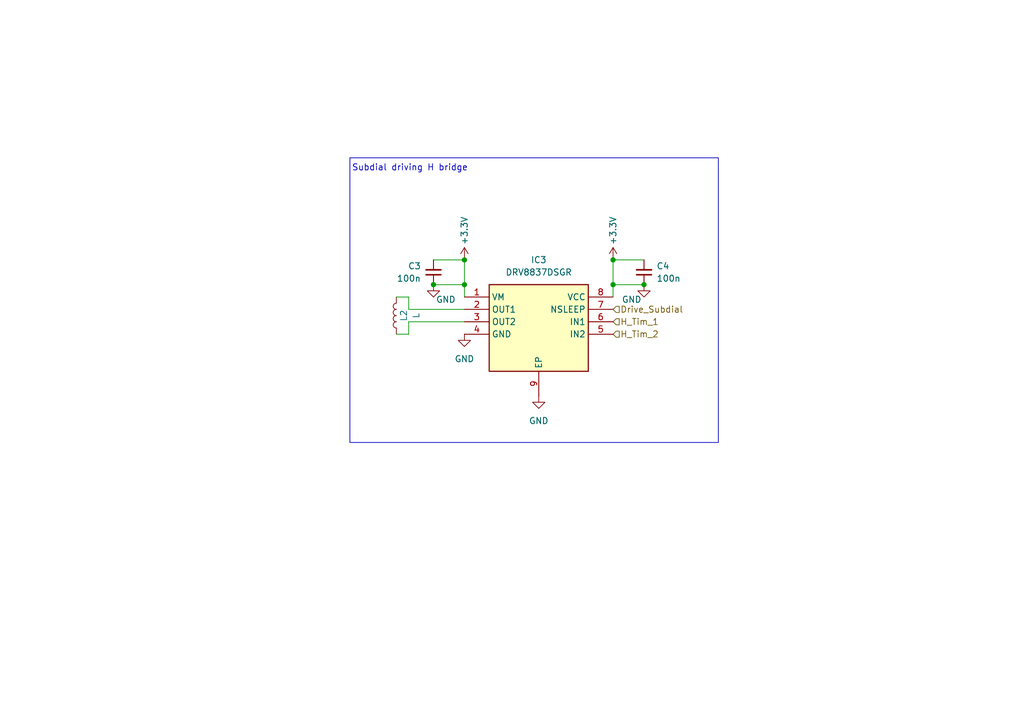
<source format=kicad_sch>
(kicad_sch (version 20250114) (generator "eeschema") (generator_version "9.0")
  (paper "A5")
  (lib_symbols
    (symbol "Device:C_Small" (pin_numbers (hide yes)) (pin_names (offset 0.254) (hide yes))
      (property "Reference" "C" (at 0.254 1.778 0))
      (property "Value" "C_Small" (at 0.254 -2.032 0))
      (symbol "C_Small_0_1"
        (polyline (pts (xy -1.524 0.508) (xy 1.524 0.508)) (stroke (width 0.3048)))
        (polyline (pts (xy -1.524 -0.508) (xy 1.524 -0.508)) (stroke (width 0.3302)))
      )
      (symbol "C_Small_1_1"
        (pin passive line (at 0 2.54 270) (length 2.032) (name "~") (number "1"))
        (pin passive line (at 0 -2.54 90) (length 2.032) (name "~") (number "2"))
      )
    )
    (symbol "Device:L" (pin_numbers (hide yes)) (pin_names (offset 1.016) (hide yes))
      (property "Reference" "L" (at -1.27 0 90))
      (property "Value" "L" (at 1.905 0 90))
      (symbol "L_0_1"
        (arc (start 0 2.54) (mid 0.6323 1.905) (end 0 1.27))
        (arc (start 0 1.27) (mid 0.6323 0.635) (end 0 0))
        (arc (start 0 0) (mid 0.6323 -0.635) (end 0 -1.27))
        (arc (start 0 -1.27) (mid 0.6323 -1.905) (end 0 -2.54))
      )
      (symbol "L_1_1"
        (pin passive line (at 0 3.81 270) (length 1.27) (name "1") (number "1"))
        (pin passive line (at 0 -3.81 90) (length 1.27) (name "2") (number "2"))
      )
    )
    (symbol "SamacSys_Parts:DRV8837DSGR"
      (property "Reference" "IC" (at 26.67 7.62 0))
      (property "Value" "DRV8837DSGR" (at 26.67 5.08 0))
      (symbol "DRV8837DSGR_1_1"
        (rectangle (start 5.08 2.54) (end 25.4 -15.24) (stroke (width 0.254)) (fill (type background)))
        (pin passive line (at 0 0 0) (length 5.08) (name "VM") (number "1"))
        (pin passive line (at 0 -2.54 0) (length 5.08) (name "OUT1") (number "2"))
        (pin passive line (at 0 -5.08 0) (length 5.08) (name "OUT2") (number "3"))
        (pin passive line (at 0 -7.62 0) (length 5.08) (name "GND") (number "4"))
        (pin passive line (at 15.24 -20.32 90) (length 5.08) (name "EP") (number "9"))
        (pin passive line (at 30.48 0 180) (length 5.08) (name "VCC") (number "8"))
        (pin passive line (at 30.48 -2.54 180) (length 5.08) (name "NSLEEP") (number "7"))
        (pin passive line (at 30.48 -5.08 180) (length 5.08) (name "IN1") (number "6"))
        (pin passive line (at 30.48 -7.62 180) (length 5.08) (name "IN2") (number "5"))
      )
    )
    (symbol "power:+3.3V" (power) (pin_numbers (hide yes)) (pin_names (offset 0) (hide yes))
      (property "Value" "+3.3V" (at 0 3.556 0))
      (symbol "+3.3V_0_1"
        (polyline (pts (xy -0.762 1.27) (xy 0 2.54)))
        (polyline (pts (xy 0 2.54) (xy 0.762 1.27)))
        (polyline (pts (xy 0 0) (xy 0 2.54)))
      )
      (symbol "+3.3V_1_1"
        (pin power_in line (at 0 0 90) (length 0) (name "~") (number "1"))
      )
    )
    (symbol "power:GND" (power) (pin_numbers (hide yes)) (pin_names (offset 0) (hide yes))
      (property "Value" "GND" (at 0 -3.81 0))
      (symbol "GND_0_1"
        (polyline (pts (xy 0 0) (xy 0 -1.27) (xy 1.27 -1.27) (xy 0 -2.54) (xy -1.27 -1.27) (xy 0 -1.27)))
      )
      (symbol "GND_1_1"
        (pin power_in line (at 0 0 270) (length 0) (name "~") (number "1"))
      )
    )
  )
  (rectangle (start 71.755 32.385) (end 147.32 90.805))
  (text "Subdial driving H bridge" (at 84.074 34.544 0) (effects (font (size 1.27 1.27))))
  (junction (at 125.73 53.34))
  (junction (at 88.9 58.42))
  (junction (at 132.08 58.42))
  (junction (at 125.73 58.42))
  (junction (at 95.25 58.42))
  (junction (at 95.25 53.34))
  (wire (pts (xy 83.82 60.96) (xy 83.82 63.5)))
  (wire (pts (xy 132.08 53.34) (xy 125.73 53.34)))
  (wire (pts (xy 95.25 58.42) (xy 95.25 60.96)))
  (wire (pts (xy 81.28 60.96) (xy 83.82 60.96)))
  (wire (pts (xy 95.25 53.34) (xy 95.25 58.42)))
  (wire (pts (xy 88.9 53.34) (xy 95.25 53.34)))
  (wire (pts (xy 132.08 58.42) (xy 125.73 58.42)))
  (wire (pts (xy 125.73 53.34) (xy 125.73 58.42)))
  (wire (pts (xy 83.82 68.58) (xy 83.82 66.04)))
  (wire (pts (xy 83.82 66.04) (xy 95.25 66.04)))
  (wire (pts (xy 125.73 58.42) (xy 125.73 60.96)))
  (wire (pts (xy 81.28 68.58) (xy 83.82 68.58)))
  (wire (pts (xy 88.9 58.42) (xy 95.25 58.42)))
  (wire (pts (xy 83.82 63.5) (xy 95.25 63.5)))
  (hierarchical_label "Drive_Subdial" (shape input) (at 125.73 63.5 0))
  (hierarchical_label "H_Tim_2" (shape input) (at 125.73 68.58 0))
  (hierarchical_label "H_Tim_1" (shape input) (at 125.73 66.04 0))
  (symbol (lib_id "Device:L") (at 81.28 64.77 180) (unit 1)
    (property "Reference" "L2" (at 82.804 64.77 90))
    (property "Value" "L" (at 85.344 64.77 90))
    (property "Footprint" "SamacSys_Parts:Miyota 2035" (effects (hide yes)))
    (property "Description" "Inductor" (effects (hide yes)))
  )
  (symbol (lib_id "power:+3.3V") (at 125.73 53.34 0) (mirror y) (unit 1)
    (property "Reference" "#PWR046" (effects (hide yes)))
    (property "Value" "+3.3V" (at 125.73 50.292 90) (effects (justify left)))
    (property "Description" "Power symbol creates a global label with name \"+3.3V\"" (effects (hide yes)))
  )
  (symbol (lib_id "SamacSys_Parts:DRV8837DSGR") (at 95.25 60.96 0) (unit 1)
    (property "Reference" "IC3" (at 110.49 53.34 0))
    (property "Value" "DRV8837DSGR" (at 110.49 55.88 0))
    (property "Footprint" "SON50P200X200X80-9N" (effects (hide yes)))
    (property "Datasheet" "http://www.ti.com/lit/gpn/drv8837" (effects (hide yes)))
    (property "Description" "1.8A Low Voltage Brushed DC Motor Driver (PWM Ctrl)" (effects (hide yes)))
    (property "Height" "0.8" (effects (hide yes)))
    (property "Manufacturer_Name" "Texas Instruments" (effects (hide yes)))
    (property "Manufacturer_Part_Number" "DRV8837DSGR" (effects (hide yes)))
    (property "Mouser Part Number" "595-DRV8837DSGR" (effects (hide yes)))
    (property "Mouser Price/Stock" "https://www.mouser.co.uk/ProductDetail/Texas-Instruments/DRV8837DSGR?qs=l6ZoeTYLMwO0pKIJ8222Ww%3D%3D" (effects (hide yes)))
    (property "Arrow Part Number" "DRV8837DSGR" (effects (hide yes)))
    (property "Arrow Price/Stock" "https://www.arrow.com/en/products/drv8837dsgr/texas-instruments?utm_currency=USD&region=nac" (effects (hide yes)))
  )
  (symbol (lib_id "power:GND") (at 132.08 58.42 0) (mirror y) (unit 1)
    (property "Reference" "#PWR026" (effects (hide yes)))
    (property "Value" "GND" (at 129.54 61.468 0))
    (property "Description" "Power symbol creates a global label with name \"GND\" , ground" (effects (hide yes)))
  )
  (symbol (lib_id "Device:C_Small") (at 88.9 55.88 0) (mirror x) (unit 1)
    (property "Reference" "C3" (at 86.36 54.6035 0) (effects (justify right)))
    (property "Value" "100n" (at 86.36 57.1435 0) (effects (justify right)))
    (property "Footprint" "Capacitor_SMD:C_0201_0603Metric" (effects (hide yes)))
    (property "Description" "Unpolarized capacitor, small symbol" (effects (hide yes)))
  )
  (symbol (lib_id "power:GND") (at 95.25 68.58 0) (unit 1)
    (property "Reference" "#PWR020" (effects (hide yes)))
    (property "Value" "GND" (at 95.25 73.66 0))
    (property "Description" "Power symbol creates a global label with name \"GND\" , ground" (effects (hide yes)))
  )
  (symbol (lib_id "Device:C_Small") (at 132.08 55.88 180) (unit 1)
    (property "Reference" "C4" (at 134.62 54.6035 0) (effects (justify right)))
    (property "Value" "100n" (at 134.62 57.1435 0) (effects (justify right)))
    (property "Footprint" "Capacitor_SMD:C_0201_0603Metric" (effects (hide yes)))
    (property "Description" "Unpolarized capacitor, small symbol" (effects (hide yes)))
  )
  (symbol (lib_id "power:GND") (at 88.9 58.42 0) (unit 1)
    (property "Reference" "#PWR045" (effects (hide yes)))
    (property "Value" "GND" (at 91.44 61.468 0))
    (property "Description" "Power symbol creates a global label with name \"GND\" , ground" (effects (hide yes)))
  )
  (symbol (lib_id "power:GND") (at 110.49 81.28 0) (unit 1)
    (property "Reference" "#PWR050" (effects (hide yes)))
    (property "Value" "GND" (at 110.49 86.36 0))
    (property "Description" "Power symbol creates a global label with name \"GND\" , ground" (effects (hide yes)))
  )
  (symbol (lib_id "power:+3.3V") (at 95.25 53.34 0) (unit 1)
    (property "Reference" "#PWR041" (effects (hide yes)))
    (property "Value" "+3.3V" (at 95.25 50.292 90) (effects (justify left)))
    (property "Description" "Power symbol creates a global label with name \"+3.3V\"" (effects (hide yes)))
  )
)
</source>
